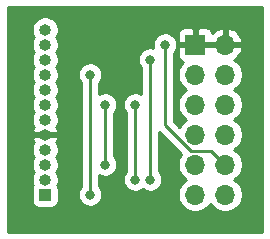
<source format=gbr>
%TF.GenerationSoftware,KiCad,Pcbnew,5.1.10*%
%TF.CreationDate,2021-12-30T18:02:29+01:00*%
%TF.ProjectId,Mini_SI4432_PMOD,4d696e69-5f53-4493-9434-33325f504d4f,rev?*%
%TF.SameCoordinates,Original*%
%TF.FileFunction,Copper,L2,Bot*%
%TF.FilePolarity,Positive*%
%FSLAX46Y46*%
G04 Gerber Fmt 4.6, Leading zero omitted, Abs format (unit mm)*
G04 Created by KiCad (PCBNEW 5.1.10) date 2021-12-30 18:02:29*
%MOMM*%
%LPD*%
G01*
G04 APERTURE LIST*
%TA.AperFunction,ComponentPad*%
%ADD10O,1.700000X1.700000*%
%TD*%
%TA.AperFunction,ComponentPad*%
%ADD11R,1.700000X1.700000*%
%TD*%
%TA.AperFunction,ComponentPad*%
%ADD12O,1.000000X1.000000*%
%TD*%
%TA.AperFunction,ComponentPad*%
%ADD13R,1.000000X1.000000*%
%TD*%
%TA.AperFunction,ViaPad*%
%ADD14C,0.800000*%
%TD*%
%TA.AperFunction,Conductor*%
%ADD15C,0.250000*%
%TD*%
%TA.AperFunction,Conductor*%
%ADD16C,0.254000*%
%TD*%
%TA.AperFunction,Conductor*%
%ADD17C,0.100000*%
%TD*%
G04 APERTURE END LIST*
D10*
%TO.P,J2,12*%
%TO.N,nIRQ*%
X152400000Y-55880000D03*
%TO.P,J2,11*%
%TO.N,nCS*%
X149860000Y-55880000D03*
%TO.P,J2,10*%
%TO.N,nSD*%
X152400000Y-53340000D03*
%TO.P,J2,9*%
%TO.N,MOSI*%
X149860000Y-53340000D03*
%TO.P,J2,8*%
%TO.N,GPIO1*%
X152400000Y-50800000D03*
%TO.P,J2,7*%
%TO.N,MISO*%
X149860000Y-50800000D03*
%TO.P,J2,6*%
%TO.N,GPIO0*%
X152400000Y-48260000D03*
%TO.P,J2,5*%
%TO.N,SCK*%
X149860000Y-48260000D03*
%TO.P,J2,4*%
%TO.N,GND*%
X152400000Y-45720000D03*
%TO.P,J2,3*%
X149860000Y-45720000D03*
%TO.P,J2,2*%
%TO.N,VCC*%
X152400000Y-43180000D03*
D11*
%TO.P,J2,1*%
X149860000Y-43180000D03*
%TD*%
D12*
%TO.P,J1,12*%
%TO.N,GND*%
X137160000Y-41910000D03*
%TO.P,J1,11*%
%TO.N,nSD*%
X137160000Y-43180000D03*
%TO.P,J1,10*%
%TO.N,nIRQ*%
X137160000Y-44450000D03*
%TO.P,J1,9*%
%TO.N,nCS*%
X137160000Y-45720000D03*
%TO.P,J1,8*%
%TO.N,SCK*%
X137160000Y-46990000D03*
%TO.P,J1,7*%
%TO.N,MOSI*%
X137160000Y-48260000D03*
%TO.P,J1,6*%
%TO.N,MISO*%
X137160000Y-49530000D03*
%TO.P,J1,5*%
%TO.N,VCC*%
X137160000Y-50800000D03*
%TO.P,J1,4*%
%TO.N,GPIO2*%
X137160000Y-52070000D03*
%TO.P,J1,3*%
%TO.N,GPIO1*%
X137160000Y-53340000D03*
%TO.P,J1,2*%
%TO.N,GPIO0*%
X137160000Y-54610000D03*
D13*
%TO.P,J1,1*%
%TO.N,GND*%
X137160000Y-55880000D03*
%TD*%
D14*
%TO.N,nSD*%
X147320000Y-43180000D03*
%TO.N,nIRQ*%
X146050000Y-44450000D03*
X146050000Y-54610000D03*
%TO.N,nCS*%
X140970000Y-55880000D03*
X140970000Y-45720000D03*
%TO.N,MOSI*%
X142240000Y-48260000D03*
X142240000Y-53340000D03*
%TO.N,GPIO0*%
X144780000Y-54610000D03*
X144780000Y-48260000D03*
%TD*%
D15*
%TO.N,nSD*%
X151224999Y-52164999D02*
X152400000Y-53340000D01*
X149485997Y-52164999D02*
X151224999Y-52164999D01*
X147320000Y-49999002D02*
X149485997Y-52164999D01*
X147320000Y-43180000D02*
X147320000Y-49999002D01*
%TO.N,nIRQ*%
X146050000Y-44450000D02*
X146050000Y-54610000D01*
%TO.N,nCS*%
X140970000Y-55880000D02*
X140970000Y-45720000D01*
%TO.N,MOSI*%
X142240000Y-48260000D02*
X142240000Y-53340000D01*
%TO.N,GPIO0*%
X144780000Y-54610000D02*
X144780000Y-48260000D01*
%TD*%
D16*
%TO.N,VCC*%
X155550000Y-59030000D02*
X134010000Y-59030000D01*
X134010000Y-55380000D01*
X136021928Y-55380000D01*
X136021928Y-56380000D01*
X136034188Y-56504482D01*
X136070498Y-56624180D01*
X136129463Y-56734494D01*
X136208815Y-56831185D01*
X136305506Y-56910537D01*
X136415820Y-56969502D01*
X136535518Y-57005812D01*
X136660000Y-57018072D01*
X137660000Y-57018072D01*
X137784482Y-57005812D01*
X137904180Y-56969502D01*
X138014494Y-56910537D01*
X138111185Y-56831185D01*
X138190537Y-56734494D01*
X138249502Y-56624180D01*
X138285812Y-56504482D01*
X138298072Y-56380000D01*
X138298072Y-55380000D01*
X138285812Y-55255518D01*
X138249502Y-55135820D01*
X138205112Y-55052774D01*
X138251383Y-54941067D01*
X138295000Y-54721788D01*
X138295000Y-54498212D01*
X138251383Y-54278933D01*
X138165824Y-54072376D01*
X138100759Y-53975000D01*
X138165824Y-53877624D01*
X138251383Y-53671067D01*
X138295000Y-53451788D01*
X138295000Y-53228212D01*
X138251383Y-53008933D01*
X138165824Y-52802376D01*
X138100759Y-52705000D01*
X138165824Y-52607624D01*
X138251383Y-52401067D01*
X138295000Y-52181788D01*
X138295000Y-51958212D01*
X138251383Y-51738933D01*
X138165824Y-51532376D01*
X138097647Y-51430342D01*
X138147123Y-51360206D01*
X138237446Y-51156864D01*
X138254119Y-51101874D01*
X138127954Y-50927000D01*
X137287000Y-50927000D01*
X137287000Y-50938026D01*
X137271788Y-50935000D01*
X137048212Y-50935000D01*
X137033000Y-50938026D01*
X137033000Y-50927000D01*
X136192046Y-50927000D01*
X136065881Y-51101874D01*
X136082554Y-51156864D01*
X136172877Y-51360206D01*
X136222353Y-51430342D01*
X136154176Y-51532376D01*
X136068617Y-51738933D01*
X136025000Y-51958212D01*
X136025000Y-52181788D01*
X136068617Y-52401067D01*
X136154176Y-52607624D01*
X136219241Y-52705000D01*
X136154176Y-52802376D01*
X136068617Y-53008933D01*
X136025000Y-53228212D01*
X136025000Y-53451788D01*
X136068617Y-53671067D01*
X136154176Y-53877624D01*
X136219241Y-53975000D01*
X136154176Y-54072376D01*
X136068617Y-54278933D01*
X136025000Y-54498212D01*
X136025000Y-54721788D01*
X136068617Y-54941067D01*
X136114888Y-55052774D01*
X136070498Y-55135820D01*
X136034188Y-55255518D01*
X136021928Y-55380000D01*
X134010000Y-55380000D01*
X134010000Y-41798212D01*
X136025000Y-41798212D01*
X136025000Y-42021788D01*
X136068617Y-42241067D01*
X136154176Y-42447624D01*
X136219241Y-42545000D01*
X136154176Y-42642376D01*
X136068617Y-42848933D01*
X136025000Y-43068212D01*
X136025000Y-43291788D01*
X136068617Y-43511067D01*
X136154176Y-43717624D01*
X136219241Y-43815000D01*
X136154176Y-43912376D01*
X136068617Y-44118933D01*
X136025000Y-44338212D01*
X136025000Y-44561788D01*
X136068617Y-44781067D01*
X136154176Y-44987624D01*
X136219241Y-45085000D01*
X136154176Y-45182376D01*
X136068617Y-45388933D01*
X136025000Y-45608212D01*
X136025000Y-45831788D01*
X136068617Y-46051067D01*
X136154176Y-46257624D01*
X136219241Y-46355000D01*
X136154176Y-46452376D01*
X136068617Y-46658933D01*
X136025000Y-46878212D01*
X136025000Y-47101788D01*
X136068617Y-47321067D01*
X136154176Y-47527624D01*
X136219241Y-47625000D01*
X136154176Y-47722376D01*
X136068617Y-47928933D01*
X136025000Y-48148212D01*
X136025000Y-48371788D01*
X136068617Y-48591067D01*
X136154176Y-48797624D01*
X136219241Y-48895000D01*
X136154176Y-48992376D01*
X136068617Y-49198933D01*
X136025000Y-49418212D01*
X136025000Y-49641788D01*
X136068617Y-49861067D01*
X136154176Y-50067624D01*
X136222353Y-50169658D01*
X136172877Y-50239794D01*
X136082554Y-50443136D01*
X136065881Y-50498126D01*
X136192046Y-50673000D01*
X137033000Y-50673000D01*
X137033000Y-50661974D01*
X137048212Y-50665000D01*
X137271788Y-50665000D01*
X137287000Y-50661974D01*
X137287000Y-50673000D01*
X138127954Y-50673000D01*
X138254119Y-50498126D01*
X138237446Y-50443136D01*
X138147123Y-50239794D01*
X138097647Y-50169658D01*
X138165824Y-50067624D01*
X138251383Y-49861067D01*
X138295000Y-49641788D01*
X138295000Y-49418212D01*
X138251383Y-49198933D01*
X138165824Y-48992376D01*
X138100759Y-48895000D01*
X138165824Y-48797624D01*
X138251383Y-48591067D01*
X138295000Y-48371788D01*
X138295000Y-48148212D01*
X138251383Y-47928933D01*
X138165824Y-47722376D01*
X138100759Y-47625000D01*
X138165824Y-47527624D01*
X138251383Y-47321067D01*
X138295000Y-47101788D01*
X138295000Y-46878212D01*
X138251383Y-46658933D01*
X138165824Y-46452376D01*
X138100759Y-46355000D01*
X138165824Y-46257624D01*
X138251383Y-46051067D01*
X138295000Y-45831788D01*
X138295000Y-45618061D01*
X139935000Y-45618061D01*
X139935000Y-45821939D01*
X139974774Y-46021898D01*
X140052795Y-46210256D01*
X140166063Y-46379774D01*
X140210001Y-46423712D01*
X140210000Y-55176289D01*
X140166063Y-55220226D01*
X140052795Y-55389744D01*
X139974774Y-55578102D01*
X139935000Y-55778061D01*
X139935000Y-55981939D01*
X139974774Y-56181898D01*
X140052795Y-56370256D01*
X140166063Y-56539774D01*
X140310226Y-56683937D01*
X140479744Y-56797205D01*
X140668102Y-56875226D01*
X140868061Y-56915000D01*
X141071939Y-56915000D01*
X141271898Y-56875226D01*
X141460256Y-56797205D01*
X141629774Y-56683937D01*
X141773937Y-56539774D01*
X141887205Y-56370256D01*
X141965226Y-56181898D01*
X142005000Y-55981939D01*
X142005000Y-55778061D01*
X141965226Y-55578102D01*
X141887205Y-55389744D01*
X141773937Y-55220226D01*
X141730000Y-55176289D01*
X141730000Y-54244013D01*
X141749744Y-54257205D01*
X141938102Y-54335226D01*
X142138061Y-54375000D01*
X142341939Y-54375000D01*
X142541898Y-54335226D01*
X142730256Y-54257205D01*
X142899774Y-54143937D01*
X143043937Y-53999774D01*
X143157205Y-53830256D01*
X143235226Y-53641898D01*
X143275000Y-53441939D01*
X143275000Y-53238061D01*
X143235226Y-53038102D01*
X143157205Y-52849744D01*
X143043937Y-52680226D01*
X143000000Y-52636289D01*
X143000000Y-48963711D01*
X143043937Y-48919774D01*
X143157205Y-48750256D01*
X143235226Y-48561898D01*
X143275000Y-48361939D01*
X143275000Y-48158061D01*
X143745000Y-48158061D01*
X143745000Y-48361939D01*
X143784774Y-48561898D01*
X143862795Y-48750256D01*
X143976063Y-48919774D01*
X144020001Y-48963712D01*
X144020000Y-53906289D01*
X143976063Y-53950226D01*
X143862795Y-54119744D01*
X143784774Y-54308102D01*
X143745000Y-54508061D01*
X143745000Y-54711939D01*
X143784774Y-54911898D01*
X143862795Y-55100256D01*
X143976063Y-55269774D01*
X144120226Y-55413937D01*
X144289744Y-55527205D01*
X144478102Y-55605226D01*
X144678061Y-55645000D01*
X144881939Y-55645000D01*
X145081898Y-55605226D01*
X145270256Y-55527205D01*
X145415000Y-55430490D01*
X145559744Y-55527205D01*
X145748102Y-55605226D01*
X145948061Y-55645000D01*
X146151939Y-55645000D01*
X146351898Y-55605226D01*
X146540256Y-55527205D01*
X146709774Y-55413937D01*
X146853937Y-55269774D01*
X146967205Y-55100256D01*
X147045226Y-54911898D01*
X147085000Y-54711939D01*
X147085000Y-54508061D01*
X147045226Y-54308102D01*
X146967205Y-54119744D01*
X146853937Y-53950226D01*
X146810000Y-53906289D01*
X146810000Y-50563803D01*
X148679704Y-52433508D01*
X148544010Y-52636589D01*
X148432068Y-52906842D01*
X148375000Y-53193740D01*
X148375000Y-53486260D01*
X148432068Y-53773158D01*
X148544010Y-54043411D01*
X148706525Y-54286632D01*
X148913368Y-54493475D01*
X149087760Y-54610000D01*
X148913368Y-54726525D01*
X148706525Y-54933368D01*
X148544010Y-55176589D01*
X148432068Y-55446842D01*
X148375000Y-55733740D01*
X148375000Y-56026260D01*
X148432068Y-56313158D01*
X148544010Y-56583411D01*
X148706525Y-56826632D01*
X148913368Y-57033475D01*
X149156589Y-57195990D01*
X149426842Y-57307932D01*
X149713740Y-57365000D01*
X150006260Y-57365000D01*
X150293158Y-57307932D01*
X150563411Y-57195990D01*
X150806632Y-57033475D01*
X151013475Y-56826632D01*
X151130000Y-56652240D01*
X151246525Y-56826632D01*
X151453368Y-57033475D01*
X151696589Y-57195990D01*
X151966842Y-57307932D01*
X152253740Y-57365000D01*
X152546260Y-57365000D01*
X152833158Y-57307932D01*
X153103411Y-57195990D01*
X153346632Y-57033475D01*
X153553475Y-56826632D01*
X153715990Y-56583411D01*
X153827932Y-56313158D01*
X153885000Y-56026260D01*
X153885000Y-55733740D01*
X153827932Y-55446842D01*
X153715990Y-55176589D01*
X153553475Y-54933368D01*
X153346632Y-54726525D01*
X153172240Y-54610000D01*
X153346632Y-54493475D01*
X153553475Y-54286632D01*
X153715990Y-54043411D01*
X153827932Y-53773158D01*
X153885000Y-53486260D01*
X153885000Y-53193740D01*
X153827932Y-52906842D01*
X153715990Y-52636589D01*
X153553475Y-52393368D01*
X153346632Y-52186525D01*
X153172240Y-52070000D01*
X153346632Y-51953475D01*
X153553475Y-51746632D01*
X153715990Y-51503411D01*
X153827932Y-51233158D01*
X153885000Y-50946260D01*
X153885000Y-50653740D01*
X153827932Y-50366842D01*
X153715990Y-50096589D01*
X153553475Y-49853368D01*
X153346632Y-49646525D01*
X153172240Y-49530000D01*
X153346632Y-49413475D01*
X153553475Y-49206632D01*
X153715990Y-48963411D01*
X153827932Y-48693158D01*
X153885000Y-48406260D01*
X153885000Y-48113740D01*
X153827932Y-47826842D01*
X153715990Y-47556589D01*
X153553475Y-47313368D01*
X153346632Y-47106525D01*
X153172240Y-46990000D01*
X153346632Y-46873475D01*
X153553475Y-46666632D01*
X153715990Y-46423411D01*
X153827932Y-46153158D01*
X153885000Y-45866260D01*
X153885000Y-45573740D01*
X153827932Y-45286842D01*
X153715990Y-45016589D01*
X153553475Y-44773368D01*
X153346632Y-44566525D01*
X153164466Y-44444805D01*
X153281355Y-44375178D01*
X153497588Y-44180269D01*
X153671641Y-43946920D01*
X153796825Y-43684099D01*
X153841476Y-43536890D01*
X153720155Y-43307000D01*
X152527000Y-43307000D01*
X152527000Y-43327000D01*
X152273000Y-43327000D01*
X152273000Y-43307000D01*
X149987000Y-43307000D01*
X149987000Y-43327000D01*
X149733000Y-43327000D01*
X149733000Y-43307000D01*
X148533750Y-43307000D01*
X148375000Y-43465750D01*
X148371928Y-44030000D01*
X148384188Y-44154482D01*
X148420498Y-44274180D01*
X148479463Y-44384494D01*
X148558815Y-44481185D01*
X148655506Y-44560537D01*
X148765820Y-44619502D01*
X148838380Y-44641513D01*
X148706525Y-44773368D01*
X148544010Y-45016589D01*
X148432068Y-45286842D01*
X148375000Y-45573740D01*
X148375000Y-45866260D01*
X148432068Y-46153158D01*
X148544010Y-46423411D01*
X148706525Y-46666632D01*
X148913368Y-46873475D01*
X149087760Y-46990000D01*
X148913368Y-47106525D01*
X148706525Y-47313368D01*
X148544010Y-47556589D01*
X148432068Y-47826842D01*
X148375000Y-48113740D01*
X148375000Y-48406260D01*
X148432068Y-48693158D01*
X148544010Y-48963411D01*
X148706525Y-49206632D01*
X148913368Y-49413475D01*
X149087760Y-49530000D01*
X148913368Y-49646525D01*
X148706525Y-49853368D01*
X148544010Y-50096589D01*
X148528890Y-50133091D01*
X148080000Y-49684201D01*
X148080000Y-43883711D01*
X148123937Y-43839774D01*
X148237205Y-43670256D01*
X148315226Y-43481898D01*
X148355000Y-43281939D01*
X148355000Y-43078061D01*
X148315226Y-42878102D01*
X148237205Y-42689744D01*
X148123937Y-42520226D01*
X147979774Y-42376063D01*
X147910836Y-42330000D01*
X148371928Y-42330000D01*
X148375000Y-42894250D01*
X148533750Y-43053000D01*
X149733000Y-43053000D01*
X149733000Y-41853750D01*
X149987000Y-41853750D01*
X149987000Y-43053000D01*
X152273000Y-43053000D01*
X152273000Y-41859186D01*
X152527000Y-41859186D01*
X152527000Y-43053000D01*
X153720155Y-43053000D01*
X153841476Y-42823110D01*
X153796825Y-42675901D01*
X153671641Y-42413080D01*
X153497588Y-42179731D01*
X153281355Y-41984822D01*
X153031252Y-41835843D01*
X152756891Y-41738519D01*
X152527000Y-41859186D01*
X152273000Y-41859186D01*
X152043109Y-41738519D01*
X151768748Y-41835843D01*
X151518645Y-41984822D01*
X151322498Y-42161626D01*
X151299502Y-42085820D01*
X151240537Y-41975506D01*
X151161185Y-41878815D01*
X151064494Y-41799463D01*
X150954180Y-41740498D01*
X150834482Y-41704188D01*
X150710000Y-41691928D01*
X150145750Y-41695000D01*
X149987000Y-41853750D01*
X149733000Y-41853750D01*
X149574250Y-41695000D01*
X149010000Y-41691928D01*
X148885518Y-41704188D01*
X148765820Y-41740498D01*
X148655506Y-41799463D01*
X148558815Y-41878815D01*
X148479463Y-41975506D01*
X148420498Y-42085820D01*
X148384188Y-42205518D01*
X148371928Y-42330000D01*
X147910836Y-42330000D01*
X147810256Y-42262795D01*
X147621898Y-42184774D01*
X147421939Y-42145000D01*
X147218061Y-42145000D01*
X147018102Y-42184774D01*
X146829744Y-42262795D01*
X146660226Y-42376063D01*
X146516063Y-42520226D01*
X146402795Y-42689744D01*
X146324774Y-42878102D01*
X146285000Y-43078061D01*
X146285000Y-43281939D01*
X146318039Y-43448039D01*
X146151939Y-43415000D01*
X145948061Y-43415000D01*
X145748102Y-43454774D01*
X145559744Y-43532795D01*
X145390226Y-43646063D01*
X145246063Y-43790226D01*
X145132795Y-43959744D01*
X145054774Y-44148102D01*
X145015000Y-44348061D01*
X145015000Y-44551939D01*
X145054774Y-44751898D01*
X145132795Y-44940256D01*
X145246063Y-45109774D01*
X145290000Y-45153711D01*
X145290000Y-47355988D01*
X145270256Y-47342795D01*
X145081898Y-47264774D01*
X144881939Y-47225000D01*
X144678061Y-47225000D01*
X144478102Y-47264774D01*
X144289744Y-47342795D01*
X144120226Y-47456063D01*
X143976063Y-47600226D01*
X143862795Y-47769744D01*
X143784774Y-47958102D01*
X143745000Y-48158061D01*
X143275000Y-48158061D01*
X143235226Y-47958102D01*
X143157205Y-47769744D01*
X143043937Y-47600226D01*
X142899774Y-47456063D01*
X142730256Y-47342795D01*
X142541898Y-47264774D01*
X142341939Y-47225000D01*
X142138061Y-47225000D01*
X141938102Y-47264774D01*
X141749744Y-47342795D01*
X141730000Y-47355987D01*
X141730000Y-46423711D01*
X141773937Y-46379774D01*
X141887205Y-46210256D01*
X141965226Y-46021898D01*
X142005000Y-45821939D01*
X142005000Y-45618061D01*
X141965226Y-45418102D01*
X141887205Y-45229744D01*
X141773937Y-45060226D01*
X141629774Y-44916063D01*
X141460256Y-44802795D01*
X141271898Y-44724774D01*
X141071939Y-44685000D01*
X140868061Y-44685000D01*
X140668102Y-44724774D01*
X140479744Y-44802795D01*
X140310226Y-44916063D01*
X140166063Y-45060226D01*
X140052795Y-45229744D01*
X139974774Y-45418102D01*
X139935000Y-45618061D01*
X138295000Y-45618061D01*
X138295000Y-45608212D01*
X138251383Y-45388933D01*
X138165824Y-45182376D01*
X138100759Y-45085000D01*
X138165824Y-44987624D01*
X138251383Y-44781067D01*
X138295000Y-44561788D01*
X138295000Y-44338212D01*
X138251383Y-44118933D01*
X138165824Y-43912376D01*
X138100759Y-43815000D01*
X138165824Y-43717624D01*
X138251383Y-43511067D01*
X138295000Y-43291788D01*
X138295000Y-43068212D01*
X138251383Y-42848933D01*
X138165824Y-42642376D01*
X138100759Y-42545000D01*
X138165824Y-42447624D01*
X138251383Y-42241067D01*
X138295000Y-42021788D01*
X138295000Y-41798212D01*
X138251383Y-41578933D01*
X138165824Y-41372376D01*
X138041612Y-41186480D01*
X137883520Y-41028388D01*
X137697624Y-40904176D01*
X137491067Y-40818617D01*
X137271788Y-40775000D01*
X137048212Y-40775000D01*
X136828933Y-40818617D01*
X136622376Y-40904176D01*
X136436480Y-41028388D01*
X136278388Y-41186480D01*
X136154176Y-41372376D01*
X136068617Y-41578933D01*
X136025000Y-41798212D01*
X134010000Y-41798212D01*
X134010000Y-40030000D01*
X155550001Y-40030000D01*
X155550000Y-59030000D01*
%TA.AperFunction,Conductor*%
D17*
G36*
X155550000Y-59030000D02*
G01*
X134010000Y-59030000D01*
X134010000Y-55380000D01*
X136021928Y-55380000D01*
X136021928Y-56380000D01*
X136034188Y-56504482D01*
X136070498Y-56624180D01*
X136129463Y-56734494D01*
X136208815Y-56831185D01*
X136305506Y-56910537D01*
X136415820Y-56969502D01*
X136535518Y-57005812D01*
X136660000Y-57018072D01*
X137660000Y-57018072D01*
X137784482Y-57005812D01*
X137904180Y-56969502D01*
X138014494Y-56910537D01*
X138111185Y-56831185D01*
X138190537Y-56734494D01*
X138249502Y-56624180D01*
X138285812Y-56504482D01*
X138298072Y-56380000D01*
X138298072Y-55380000D01*
X138285812Y-55255518D01*
X138249502Y-55135820D01*
X138205112Y-55052774D01*
X138251383Y-54941067D01*
X138295000Y-54721788D01*
X138295000Y-54498212D01*
X138251383Y-54278933D01*
X138165824Y-54072376D01*
X138100759Y-53975000D01*
X138165824Y-53877624D01*
X138251383Y-53671067D01*
X138295000Y-53451788D01*
X138295000Y-53228212D01*
X138251383Y-53008933D01*
X138165824Y-52802376D01*
X138100759Y-52705000D01*
X138165824Y-52607624D01*
X138251383Y-52401067D01*
X138295000Y-52181788D01*
X138295000Y-51958212D01*
X138251383Y-51738933D01*
X138165824Y-51532376D01*
X138097647Y-51430342D01*
X138147123Y-51360206D01*
X138237446Y-51156864D01*
X138254119Y-51101874D01*
X138127954Y-50927000D01*
X137287000Y-50927000D01*
X137287000Y-50938026D01*
X137271788Y-50935000D01*
X137048212Y-50935000D01*
X137033000Y-50938026D01*
X137033000Y-50927000D01*
X136192046Y-50927000D01*
X136065881Y-51101874D01*
X136082554Y-51156864D01*
X136172877Y-51360206D01*
X136222353Y-51430342D01*
X136154176Y-51532376D01*
X136068617Y-51738933D01*
X136025000Y-51958212D01*
X136025000Y-52181788D01*
X136068617Y-52401067D01*
X136154176Y-52607624D01*
X136219241Y-52705000D01*
X136154176Y-52802376D01*
X136068617Y-53008933D01*
X136025000Y-53228212D01*
X136025000Y-53451788D01*
X136068617Y-53671067D01*
X136154176Y-53877624D01*
X136219241Y-53975000D01*
X136154176Y-54072376D01*
X136068617Y-54278933D01*
X136025000Y-54498212D01*
X136025000Y-54721788D01*
X136068617Y-54941067D01*
X136114888Y-55052774D01*
X136070498Y-55135820D01*
X136034188Y-55255518D01*
X136021928Y-55380000D01*
X134010000Y-55380000D01*
X134010000Y-41798212D01*
X136025000Y-41798212D01*
X136025000Y-42021788D01*
X136068617Y-42241067D01*
X136154176Y-42447624D01*
X136219241Y-42545000D01*
X136154176Y-42642376D01*
X136068617Y-42848933D01*
X136025000Y-43068212D01*
X136025000Y-43291788D01*
X136068617Y-43511067D01*
X136154176Y-43717624D01*
X136219241Y-43815000D01*
X136154176Y-43912376D01*
X136068617Y-44118933D01*
X136025000Y-44338212D01*
X136025000Y-44561788D01*
X136068617Y-44781067D01*
X136154176Y-44987624D01*
X136219241Y-45085000D01*
X136154176Y-45182376D01*
X136068617Y-45388933D01*
X136025000Y-45608212D01*
X136025000Y-45831788D01*
X136068617Y-46051067D01*
X136154176Y-46257624D01*
X136219241Y-46355000D01*
X136154176Y-46452376D01*
X136068617Y-46658933D01*
X136025000Y-46878212D01*
X136025000Y-47101788D01*
X136068617Y-47321067D01*
X136154176Y-47527624D01*
X136219241Y-47625000D01*
X136154176Y-47722376D01*
X136068617Y-47928933D01*
X136025000Y-48148212D01*
X136025000Y-48371788D01*
X136068617Y-48591067D01*
X136154176Y-48797624D01*
X136219241Y-48895000D01*
X136154176Y-48992376D01*
X136068617Y-49198933D01*
X136025000Y-49418212D01*
X136025000Y-49641788D01*
X136068617Y-49861067D01*
X136154176Y-50067624D01*
X136222353Y-50169658D01*
X136172877Y-50239794D01*
X136082554Y-50443136D01*
X136065881Y-50498126D01*
X136192046Y-50673000D01*
X137033000Y-50673000D01*
X137033000Y-50661974D01*
X137048212Y-50665000D01*
X137271788Y-50665000D01*
X137287000Y-50661974D01*
X137287000Y-50673000D01*
X138127954Y-50673000D01*
X138254119Y-50498126D01*
X138237446Y-50443136D01*
X138147123Y-50239794D01*
X138097647Y-50169658D01*
X138165824Y-50067624D01*
X138251383Y-49861067D01*
X138295000Y-49641788D01*
X138295000Y-49418212D01*
X138251383Y-49198933D01*
X138165824Y-48992376D01*
X138100759Y-48895000D01*
X138165824Y-48797624D01*
X138251383Y-48591067D01*
X138295000Y-48371788D01*
X138295000Y-48148212D01*
X138251383Y-47928933D01*
X138165824Y-47722376D01*
X138100759Y-47625000D01*
X138165824Y-47527624D01*
X138251383Y-47321067D01*
X138295000Y-47101788D01*
X138295000Y-46878212D01*
X138251383Y-46658933D01*
X138165824Y-46452376D01*
X138100759Y-46355000D01*
X138165824Y-46257624D01*
X138251383Y-46051067D01*
X138295000Y-45831788D01*
X138295000Y-45618061D01*
X139935000Y-45618061D01*
X139935000Y-45821939D01*
X139974774Y-46021898D01*
X140052795Y-46210256D01*
X140166063Y-46379774D01*
X140210001Y-46423712D01*
X140210000Y-55176289D01*
X140166063Y-55220226D01*
X140052795Y-55389744D01*
X139974774Y-55578102D01*
X139935000Y-55778061D01*
X139935000Y-55981939D01*
X139974774Y-56181898D01*
X140052795Y-56370256D01*
X140166063Y-56539774D01*
X140310226Y-56683937D01*
X140479744Y-56797205D01*
X140668102Y-56875226D01*
X140868061Y-56915000D01*
X141071939Y-56915000D01*
X141271898Y-56875226D01*
X141460256Y-56797205D01*
X141629774Y-56683937D01*
X141773937Y-56539774D01*
X141887205Y-56370256D01*
X141965226Y-56181898D01*
X142005000Y-55981939D01*
X142005000Y-55778061D01*
X141965226Y-55578102D01*
X141887205Y-55389744D01*
X141773937Y-55220226D01*
X141730000Y-55176289D01*
X141730000Y-54244013D01*
X141749744Y-54257205D01*
X141938102Y-54335226D01*
X142138061Y-54375000D01*
X142341939Y-54375000D01*
X142541898Y-54335226D01*
X142730256Y-54257205D01*
X142899774Y-54143937D01*
X143043937Y-53999774D01*
X143157205Y-53830256D01*
X143235226Y-53641898D01*
X143275000Y-53441939D01*
X143275000Y-53238061D01*
X143235226Y-53038102D01*
X143157205Y-52849744D01*
X143043937Y-52680226D01*
X143000000Y-52636289D01*
X143000000Y-48963711D01*
X143043937Y-48919774D01*
X143157205Y-48750256D01*
X143235226Y-48561898D01*
X143275000Y-48361939D01*
X143275000Y-48158061D01*
X143745000Y-48158061D01*
X143745000Y-48361939D01*
X143784774Y-48561898D01*
X143862795Y-48750256D01*
X143976063Y-48919774D01*
X144020001Y-48963712D01*
X144020000Y-53906289D01*
X143976063Y-53950226D01*
X143862795Y-54119744D01*
X143784774Y-54308102D01*
X143745000Y-54508061D01*
X143745000Y-54711939D01*
X143784774Y-54911898D01*
X143862795Y-55100256D01*
X143976063Y-55269774D01*
X144120226Y-55413937D01*
X144289744Y-55527205D01*
X144478102Y-55605226D01*
X144678061Y-55645000D01*
X144881939Y-55645000D01*
X145081898Y-55605226D01*
X145270256Y-55527205D01*
X145415000Y-55430490D01*
X145559744Y-55527205D01*
X145748102Y-55605226D01*
X145948061Y-55645000D01*
X146151939Y-55645000D01*
X146351898Y-55605226D01*
X146540256Y-55527205D01*
X146709774Y-55413937D01*
X146853937Y-55269774D01*
X146967205Y-55100256D01*
X147045226Y-54911898D01*
X147085000Y-54711939D01*
X147085000Y-54508061D01*
X147045226Y-54308102D01*
X146967205Y-54119744D01*
X146853937Y-53950226D01*
X146810000Y-53906289D01*
X146810000Y-50563803D01*
X148679704Y-52433508D01*
X148544010Y-52636589D01*
X148432068Y-52906842D01*
X148375000Y-53193740D01*
X148375000Y-53486260D01*
X148432068Y-53773158D01*
X148544010Y-54043411D01*
X148706525Y-54286632D01*
X148913368Y-54493475D01*
X149087760Y-54610000D01*
X148913368Y-54726525D01*
X148706525Y-54933368D01*
X148544010Y-55176589D01*
X148432068Y-55446842D01*
X148375000Y-55733740D01*
X148375000Y-56026260D01*
X148432068Y-56313158D01*
X148544010Y-56583411D01*
X148706525Y-56826632D01*
X148913368Y-57033475D01*
X149156589Y-57195990D01*
X149426842Y-57307932D01*
X149713740Y-57365000D01*
X150006260Y-57365000D01*
X150293158Y-57307932D01*
X150563411Y-57195990D01*
X150806632Y-57033475D01*
X151013475Y-56826632D01*
X151130000Y-56652240D01*
X151246525Y-56826632D01*
X151453368Y-57033475D01*
X151696589Y-57195990D01*
X151966842Y-57307932D01*
X152253740Y-57365000D01*
X152546260Y-57365000D01*
X152833158Y-57307932D01*
X153103411Y-57195990D01*
X153346632Y-57033475D01*
X153553475Y-56826632D01*
X153715990Y-56583411D01*
X153827932Y-56313158D01*
X153885000Y-56026260D01*
X153885000Y-55733740D01*
X153827932Y-55446842D01*
X153715990Y-55176589D01*
X153553475Y-54933368D01*
X153346632Y-54726525D01*
X153172240Y-54610000D01*
X153346632Y-54493475D01*
X153553475Y-54286632D01*
X153715990Y-54043411D01*
X153827932Y-53773158D01*
X153885000Y-53486260D01*
X153885000Y-53193740D01*
X153827932Y-52906842D01*
X153715990Y-52636589D01*
X153553475Y-52393368D01*
X153346632Y-52186525D01*
X153172240Y-52070000D01*
X153346632Y-51953475D01*
X153553475Y-51746632D01*
X153715990Y-51503411D01*
X153827932Y-51233158D01*
X153885000Y-50946260D01*
X153885000Y-50653740D01*
X153827932Y-50366842D01*
X153715990Y-50096589D01*
X153553475Y-49853368D01*
X153346632Y-49646525D01*
X153172240Y-49530000D01*
X153346632Y-49413475D01*
X153553475Y-49206632D01*
X153715990Y-48963411D01*
X153827932Y-48693158D01*
X153885000Y-48406260D01*
X153885000Y-48113740D01*
X153827932Y-47826842D01*
X153715990Y-47556589D01*
X153553475Y-47313368D01*
X153346632Y-47106525D01*
X153172240Y-46990000D01*
X153346632Y-46873475D01*
X153553475Y-46666632D01*
X153715990Y-46423411D01*
X153827932Y-46153158D01*
X153885000Y-45866260D01*
X153885000Y-45573740D01*
X153827932Y-45286842D01*
X153715990Y-45016589D01*
X153553475Y-44773368D01*
X153346632Y-44566525D01*
X153164466Y-44444805D01*
X153281355Y-44375178D01*
X153497588Y-44180269D01*
X153671641Y-43946920D01*
X153796825Y-43684099D01*
X153841476Y-43536890D01*
X153720155Y-43307000D01*
X152527000Y-43307000D01*
X152527000Y-43327000D01*
X152273000Y-43327000D01*
X152273000Y-43307000D01*
X149987000Y-43307000D01*
X149987000Y-43327000D01*
X149733000Y-43327000D01*
X149733000Y-43307000D01*
X148533750Y-43307000D01*
X148375000Y-43465750D01*
X148371928Y-44030000D01*
X148384188Y-44154482D01*
X148420498Y-44274180D01*
X148479463Y-44384494D01*
X148558815Y-44481185D01*
X148655506Y-44560537D01*
X148765820Y-44619502D01*
X148838380Y-44641513D01*
X148706525Y-44773368D01*
X148544010Y-45016589D01*
X148432068Y-45286842D01*
X148375000Y-45573740D01*
X148375000Y-45866260D01*
X148432068Y-46153158D01*
X148544010Y-46423411D01*
X148706525Y-46666632D01*
X148913368Y-46873475D01*
X149087760Y-46990000D01*
X148913368Y-47106525D01*
X148706525Y-47313368D01*
X148544010Y-47556589D01*
X148432068Y-47826842D01*
X148375000Y-48113740D01*
X148375000Y-48406260D01*
X148432068Y-48693158D01*
X148544010Y-48963411D01*
X148706525Y-49206632D01*
X148913368Y-49413475D01*
X149087760Y-49530000D01*
X148913368Y-49646525D01*
X148706525Y-49853368D01*
X148544010Y-50096589D01*
X148528890Y-50133091D01*
X148080000Y-49684201D01*
X148080000Y-43883711D01*
X148123937Y-43839774D01*
X148237205Y-43670256D01*
X148315226Y-43481898D01*
X148355000Y-43281939D01*
X148355000Y-43078061D01*
X148315226Y-42878102D01*
X148237205Y-42689744D01*
X148123937Y-42520226D01*
X147979774Y-42376063D01*
X147910836Y-42330000D01*
X148371928Y-42330000D01*
X148375000Y-42894250D01*
X148533750Y-43053000D01*
X149733000Y-43053000D01*
X149733000Y-41853750D01*
X149987000Y-41853750D01*
X149987000Y-43053000D01*
X152273000Y-43053000D01*
X152273000Y-41859186D01*
X152527000Y-41859186D01*
X152527000Y-43053000D01*
X153720155Y-43053000D01*
X153841476Y-42823110D01*
X153796825Y-42675901D01*
X153671641Y-42413080D01*
X153497588Y-42179731D01*
X153281355Y-41984822D01*
X153031252Y-41835843D01*
X152756891Y-41738519D01*
X152527000Y-41859186D01*
X152273000Y-41859186D01*
X152043109Y-41738519D01*
X151768748Y-41835843D01*
X151518645Y-41984822D01*
X151322498Y-42161626D01*
X151299502Y-42085820D01*
X151240537Y-41975506D01*
X151161185Y-41878815D01*
X151064494Y-41799463D01*
X150954180Y-41740498D01*
X150834482Y-41704188D01*
X150710000Y-41691928D01*
X150145750Y-41695000D01*
X149987000Y-41853750D01*
X149733000Y-41853750D01*
X149574250Y-41695000D01*
X149010000Y-41691928D01*
X148885518Y-41704188D01*
X148765820Y-41740498D01*
X148655506Y-41799463D01*
X148558815Y-41878815D01*
X148479463Y-41975506D01*
X148420498Y-42085820D01*
X148384188Y-42205518D01*
X148371928Y-42330000D01*
X147910836Y-42330000D01*
X147810256Y-42262795D01*
X147621898Y-42184774D01*
X147421939Y-42145000D01*
X147218061Y-42145000D01*
X147018102Y-42184774D01*
X146829744Y-42262795D01*
X146660226Y-42376063D01*
X146516063Y-42520226D01*
X146402795Y-42689744D01*
X146324774Y-42878102D01*
X146285000Y-43078061D01*
X146285000Y-43281939D01*
X146318039Y-43448039D01*
X146151939Y-43415000D01*
X145948061Y-43415000D01*
X145748102Y-43454774D01*
X145559744Y-43532795D01*
X145390226Y-43646063D01*
X145246063Y-43790226D01*
X145132795Y-43959744D01*
X145054774Y-44148102D01*
X145015000Y-44348061D01*
X145015000Y-44551939D01*
X145054774Y-44751898D01*
X145132795Y-44940256D01*
X145246063Y-45109774D01*
X145290000Y-45153711D01*
X145290000Y-47355988D01*
X145270256Y-47342795D01*
X145081898Y-47264774D01*
X144881939Y-47225000D01*
X144678061Y-47225000D01*
X144478102Y-47264774D01*
X144289744Y-47342795D01*
X144120226Y-47456063D01*
X143976063Y-47600226D01*
X143862795Y-47769744D01*
X143784774Y-47958102D01*
X143745000Y-48158061D01*
X143275000Y-48158061D01*
X143235226Y-47958102D01*
X143157205Y-47769744D01*
X143043937Y-47600226D01*
X142899774Y-47456063D01*
X142730256Y-47342795D01*
X142541898Y-47264774D01*
X142341939Y-47225000D01*
X142138061Y-47225000D01*
X141938102Y-47264774D01*
X141749744Y-47342795D01*
X141730000Y-47355987D01*
X141730000Y-46423711D01*
X141773937Y-46379774D01*
X141887205Y-46210256D01*
X141965226Y-46021898D01*
X142005000Y-45821939D01*
X142005000Y-45618061D01*
X141965226Y-45418102D01*
X141887205Y-45229744D01*
X141773937Y-45060226D01*
X141629774Y-44916063D01*
X141460256Y-44802795D01*
X141271898Y-44724774D01*
X141071939Y-44685000D01*
X140868061Y-44685000D01*
X140668102Y-44724774D01*
X140479744Y-44802795D01*
X140310226Y-44916063D01*
X140166063Y-45060226D01*
X140052795Y-45229744D01*
X139974774Y-45418102D01*
X139935000Y-45618061D01*
X138295000Y-45618061D01*
X138295000Y-45608212D01*
X138251383Y-45388933D01*
X138165824Y-45182376D01*
X138100759Y-45085000D01*
X138165824Y-44987624D01*
X138251383Y-44781067D01*
X138295000Y-44561788D01*
X138295000Y-44338212D01*
X138251383Y-44118933D01*
X138165824Y-43912376D01*
X138100759Y-43815000D01*
X138165824Y-43717624D01*
X138251383Y-43511067D01*
X138295000Y-43291788D01*
X138295000Y-43068212D01*
X138251383Y-42848933D01*
X138165824Y-42642376D01*
X138100759Y-42545000D01*
X138165824Y-42447624D01*
X138251383Y-42241067D01*
X138295000Y-42021788D01*
X138295000Y-41798212D01*
X138251383Y-41578933D01*
X138165824Y-41372376D01*
X138041612Y-41186480D01*
X137883520Y-41028388D01*
X137697624Y-40904176D01*
X137491067Y-40818617D01*
X137271788Y-40775000D01*
X137048212Y-40775000D01*
X136828933Y-40818617D01*
X136622376Y-40904176D01*
X136436480Y-41028388D01*
X136278388Y-41186480D01*
X136154176Y-41372376D01*
X136068617Y-41578933D01*
X136025000Y-41798212D01*
X134010000Y-41798212D01*
X134010000Y-40030000D01*
X155550001Y-40030000D01*
X155550000Y-59030000D01*
G37*
%TD.AperFunction*%
%TD*%
M02*

</source>
